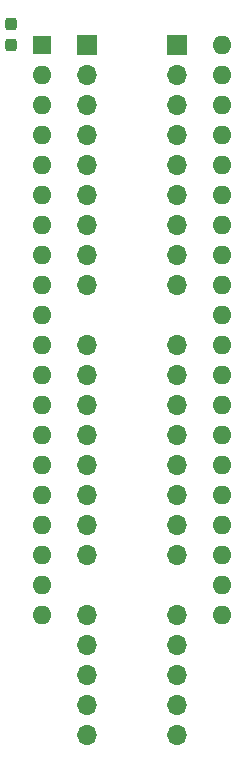
<source format=gbr>
G04 #@! TF.GenerationSoftware,KiCad,Pcbnew,8.0.4+dfsg-1*
G04 #@! TF.CreationDate,2025-03-02T09:53:04+09:00*
G04 #@! TF.ProjectId,bionic-im6100,62696f6e-6963-42d6-996d-363130302e6b,3*
G04 #@! TF.SameCoordinates,Original*
G04 #@! TF.FileFunction,Soldermask,Bot*
G04 #@! TF.FilePolarity,Negative*
%FSLAX46Y46*%
G04 Gerber Fmt 4.6, Leading zero omitted, Abs format (unit mm)*
G04 Created by KiCad (PCBNEW 8.0.4+dfsg-1) date 2025-03-02 09:53:04*
%MOMM*%
%LPD*%
G01*
G04 APERTURE LIST*
G04 Aperture macros list*
%AMRoundRect*
0 Rectangle with rounded corners*
0 $1 Rounding radius*
0 $2 $3 $4 $5 $6 $7 $8 $9 X,Y pos of 4 corners*
0 Add a 4 corners polygon primitive as box body*
4,1,4,$2,$3,$4,$5,$6,$7,$8,$9,$2,$3,0*
0 Add four circle primitives for the rounded corners*
1,1,$1+$1,$2,$3*
1,1,$1+$1,$4,$5*
1,1,$1+$1,$6,$7*
1,1,$1+$1,$8,$9*
0 Add four rect primitives between the rounded corners*
20,1,$1+$1,$2,$3,$4,$5,0*
20,1,$1+$1,$4,$5,$6,$7,0*
20,1,$1+$1,$6,$7,$8,$9,0*
20,1,$1+$1,$8,$9,$2,$3,0*%
G04 Aperture macros list end*
%ADD10O,1.700000X1.700000*%
%ADD11R,1.700000X1.700000*%
%ADD12R,1.600000X1.600000*%
%ADD13O,1.600000X1.600000*%
%ADD14RoundRect,0.237500X0.237500X-0.300000X0.237500X0.300000X-0.237500X0.300000X-0.237500X-0.300000X0*%
G04 APERTURE END LIST*
D10*
X117510000Y-133500000D03*
X117510000Y-130960000D03*
X117510000Y-128420000D03*
X117510000Y-125880000D03*
X117510000Y-123340000D03*
X117510000Y-118260000D03*
X117510000Y-115720000D03*
X117510000Y-113180000D03*
X117510000Y-110640000D03*
X117510000Y-108100000D03*
X117510000Y-105560000D03*
X117510000Y-103020000D03*
X117510000Y-100480000D03*
X117510000Y-95400000D03*
X117510000Y-92860000D03*
X117510000Y-90320000D03*
X117510000Y-87780000D03*
X117510000Y-85240000D03*
X117510000Y-82700000D03*
X117510000Y-80160000D03*
X117510000Y-77620000D03*
D11*
X117510000Y-75080000D03*
X109890000Y-75080000D03*
D10*
X109890000Y-77620000D03*
X109890000Y-80160000D03*
X109890000Y-82700000D03*
X109890000Y-85240000D03*
X109890000Y-87780000D03*
X109890000Y-90320000D03*
X109890000Y-92860000D03*
X109890000Y-95400000D03*
X109890000Y-100480000D03*
X109890000Y-103020000D03*
X109890000Y-105560000D03*
X109890000Y-108100000D03*
X109890000Y-110640000D03*
X109890000Y-113180000D03*
X109890000Y-115720000D03*
X109890000Y-118260000D03*
X109890000Y-123340000D03*
X109890000Y-125880000D03*
X109890000Y-128420000D03*
X109890000Y-130960000D03*
X109890000Y-133500000D03*
D12*
X106080000Y-75080000D03*
D13*
X106080000Y-77620000D03*
X106080000Y-80160000D03*
X106080000Y-82700000D03*
X106080000Y-85240000D03*
X106080000Y-87780000D03*
X106080000Y-90320000D03*
X106080000Y-92860000D03*
X106080000Y-95400000D03*
X106080000Y-97940000D03*
X106080000Y-100480000D03*
X106080000Y-103020000D03*
X106080000Y-105560000D03*
X106080000Y-108100000D03*
X106080000Y-110640000D03*
X106080000Y-113180000D03*
X106080000Y-115720000D03*
X106080000Y-118260000D03*
X106080000Y-120800000D03*
X106080000Y-123340000D03*
X121320000Y-123340000D03*
X121320000Y-120800000D03*
X121320000Y-118260000D03*
X121320000Y-115720000D03*
X121320000Y-113180000D03*
X121320000Y-110640000D03*
X121320000Y-108100000D03*
X121320000Y-105560000D03*
X121320000Y-103020000D03*
X121320000Y-100480000D03*
X121320000Y-97940000D03*
X121320000Y-95400000D03*
X121320000Y-92860000D03*
X121320000Y-90320000D03*
X121320000Y-87780000D03*
X121320000Y-85240000D03*
X121320000Y-82700000D03*
X121320000Y-80160000D03*
X121320000Y-77620000D03*
X121320000Y-75080000D03*
D14*
X103489200Y-73355000D03*
X103489200Y-75080000D03*
M02*

</source>
